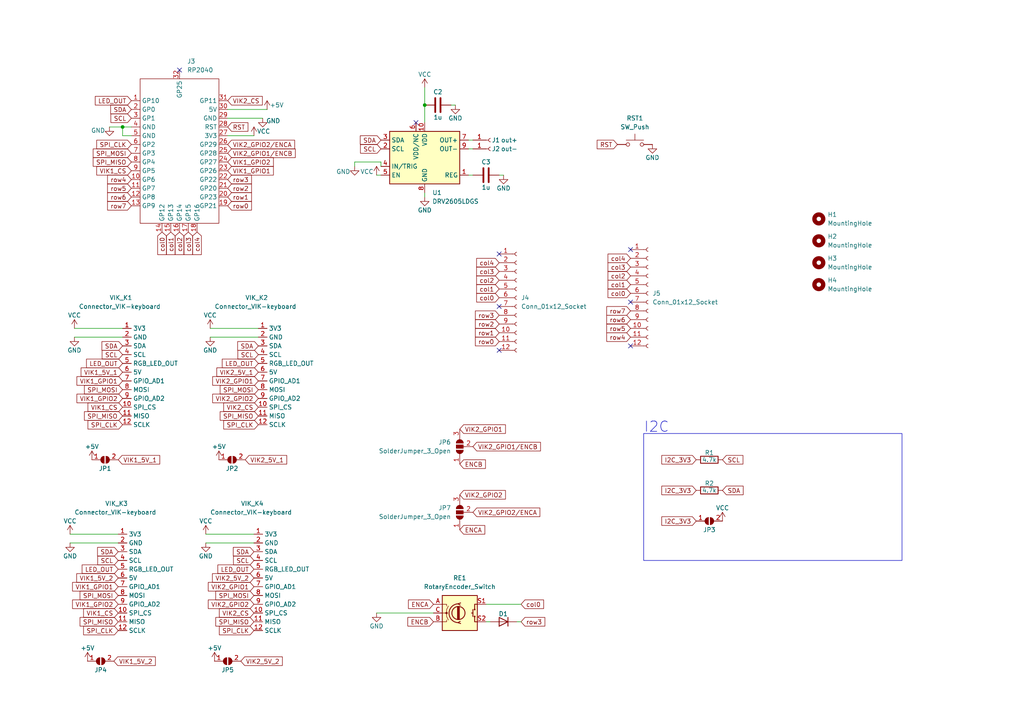
<source format=kicad_sch>
(kicad_sch (version 20231120) (generator "eeschema") (generator_version "8.0")
  (paper "A4")
  (lib_symbols
    (symbol "Connector:Conn_01x01_Socket" (pin_names (offset 1.016) hide)
      (property "Reference" "J" (at 0 2.54 0))
      (property "Value" "Conn_01x01_Socket" (at 0 -2.54 0))
      (symbol "Conn_01x01_Socket_1_1"
        (polyline (pts (xy -1.27 0) (xy -0.508 0)) (stroke (width 0.1524)))
        (arc (start 0 0.508) (mid -0.5058 0) (end 0 -0.508) (stroke (width 0.1524)))
        (pin passive line (at -5.08 0 0) (length 3.81) (name "Pin_1") (number "1"))
      )
    )
    (symbol "Connector:Conn_01x12_Socket" (pin_names (offset 1.016) hide)
      (property "Reference" "J" (at 0 15.24 0))
      (property "Value" "Conn_01x12_Socket" (at 0 -17.78 0))
      (symbol "Conn_01x12_Socket_1_1"
        (arc (start 0 -14.732) (mid -0.5058 -15.24) (end 0 -15.748) (stroke (width 0.1524)))
        (arc (start 0 -12.192) (mid -0.5058 -12.7) (end 0 -13.208) (stroke (width 0.1524)))
        (arc (start 0 -9.652) (mid -0.5058 -10.16) (end 0 -10.668) (stroke (width 0.1524)))
        (arc (start 0 -7.112) (mid -0.5058 -7.62) (end 0 -8.128) (stroke (width 0.1524)))
        (arc (start 0 -4.572) (mid -0.5058 -5.08) (end 0 -5.588) (stroke (width 0.1524)))
        (arc (start 0 -2.032) (mid -0.5058 -2.54) (end 0 -3.048) (stroke (width 0.1524)))
        (polyline (pts (xy -1.27 -15.24) (xy -0.508 -15.24)) (stroke (width 0.1524)))
        (polyline (pts (xy -1.27 -12.7) (xy -0.508 -12.7)) (stroke (width 0.1524)))
        (polyline (pts (xy -1.27 -10.16) (xy -0.508 -10.16)) (stroke (width 0.1524)))
        (polyline (pts (xy -1.27 -7.62) (xy -0.508 -7.62)) (stroke (width 0.1524)))
        (polyline (pts (xy -1.27 -5.08) (xy -0.508 -5.08)) (stroke (width 0.1524)))
        (polyline (pts (xy -1.27 -2.54) (xy -0.508 -2.54)) (stroke (width 0.1524)))
        (polyline (pts (xy -1.27 0) (xy -0.508 0)) (stroke (width 0.1524)))
        (polyline (pts (xy -1.27 2.54) (xy -0.508 2.54)) (stroke (width 0.1524)))
        (polyline (pts (xy -1.27 5.08) (xy -0.508 5.08)) (stroke (width 0.1524)))
        (polyline (pts (xy -1.27 7.62) (xy -0.508 7.62)) (stroke (width 0.1524)))
        (polyline (pts (xy -1.27 10.16) (xy -0.508 10.16)) (stroke (width 0.1524)))
        (polyline (pts (xy -1.27 12.7) (xy -0.508 12.7)) (stroke (width 0.1524)))
        (arc (start 0 0.508) (mid -0.5058 0) (end 0 -0.508) (stroke (width 0.1524)))
        (arc (start 0 3.048) (mid -0.5058 2.54) (end 0 2.032) (stroke (width 0.1524)))
        (arc (start 0 5.588) (mid -0.5058 5.08) (end 0 4.572) (stroke (width 0.1524)))
        (arc (start 0 8.128) (mid -0.5058 7.62) (end 0 7.112) (stroke (width 0.1524)))
        (arc (start 0 10.668) (mid -0.5058 10.16) (end 0 9.652) (stroke (width 0.1524)))
        (arc (start 0 13.208) (mid -0.5058 12.7) (end 0 12.192) (stroke (width 0.1524)))
        (pin passive line (at -5.08 12.7 0) (length 3.81) (name "Pin_1") (number "1"))
        (pin passive line (at -5.08 -10.16 0) (length 3.81) (name "Pin_10") (number "10"))
        (pin passive line (at -5.08 -12.7 0) (length 3.81) (name "Pin_11") (number "11"))
        (pin passive line (at -5.08 -15.24 0) (length 3.81) (name "Pin_12") (number "12"))
        (pin passive line (at -5.08 10.16 0) (length 3.81) (name "Pin_2") (number "2"))
        (pin passive line (at -5.08 7.62 0) (length 3.81) (name "Pin_3") (number "3"))
        (pin passive line (at -5.08 5.08 0) (length 3.81) (name "Pin_4") (number "4"))
        (pin passive line (at -5.08 2.54 0) (length 3.81) (name "Pin_5") (number "5"))
        (pin passive line (at -5.08 0 0) (length 3.81) (name "Pin_6") (number "6"))
        (pin passive line (at -5.08 -2.54 0) (length 3.81) (name "Pin_7") (number "7"))
        (pin passive line (at -5.08 -5.08 0) (length 3.81) (name "Pin_8") (number "8"))
        (pin passive line (at -5.08 -7.62 0) (length 3.81) (name "Pin_9") (number "9"))
      )
    )
    (symbol "Device:C" (pin_numbers hide) (pin_names (offset 0.254))
      (property "Reference" "C" (at 0.635 2.54 0))
      (property "Value" "C" (at 0.635 -2.54 0))
      (symbol "C_0_1"
        (polyline (pts (xy -2.032 -0.762) (xy 2.032 -0.762)) (stroke (width 0.508)))
        (polyline (pts (xy -2.032 0.762) (xy 2.032 0.762)) (stroke (width 0.508)))
      )
      (symbol "C_1_1"
        (pin passive line (at 0 3.81 270) (length 2.794) (name "~") (number "1"))
        (pin passive line (at 0 -3.81 90) (length 2.794) (name "~") (number "2"))
      )
    )
    (symbol "Device:R" (pin_numbers hide) (pin_names (offset 0))
      (property "Reference" "R" (at 2.032 0 90))
      (property "Value" "R" (at 0 0 90))
      (symbol "R_0_1"
        (rectangle (start -1.016 -2.54) (end 1.016 2.54) (stroke (width 0.254)))
      )
      (symbol "R_1_1"
        (pin passive line (at 0 3.81 270) (length 1.27) (name "~") (number "1"))
        (pin passive line (at 0 -3.81 90) (length 1.27) (name "~") (number "2"))
      )
    )
    (symbol "Device:RotaryEncoder_Switch" (pin_names (offset 0.254) hide)
      (property "Reference" "SW" (at 0 6.604 0))
      (property "Value" "RotaryEncoder_Switch" (at 0 -6.604 0))
      (symbol "RotaryEncoder_Switch_0_1"
        (rectangle (start -5.08 5.08) (end 5.08 -5.08) (stroke (width 0.254)) (fill (type background)))
        (circle (center -3.81 0) (radius 0.254) (fill (type outline)))
        (circle (center -0.381 0) (radius 1.905) (stroke (width 0.254)))
        (arc (start -0.381 2.667) (mid -3.0988 -0.0635) (end -0.381 -2.794) (stroke (width 0.254)))
        (polyline (pts (xy -0.635 -1.778) (xy -0.635 1.778)) (stroke (width 0.254)))
        (polyline (pts (xy -0.381 -1.778) (xy -0.381 1.778)) (stroke (width 0.254)))
        (polyline (pts (xy -0.127 1.778) (xy -0.127 -1.778)) (stroke (width 0.254)))
        (polyline (pts (xy 3.81 0) (xy 3.429 0)) (stroke (width 0.254)))
        (polyline (pts (xy 3.81 1.016) (xy 3.81 -1.016)) (stroke (width 0.254)))
        (polyline (pts (xy -5.08 -2.54) (xy -3.81 -2.54) (xy -3.81 -2.032)))
        (polyline (pts (xy -5.08 2.54) (xy -3.81 2.54) (xy -3.81 2.032)))
        (polyline (pts (xy 0.254 -3.048) (xy -0.508 -2.794) (xy 0.127 -2.413)) (stroke (width 0.254)))
        (polyline (pts (xy 0.254 2.921) (xy -0.508 2.667) (xy 0.127 2.286)) (stroke (width 0.254)))
        (polyline (pts (xy 5.08 -2.54) (xy 4.318 -2.54) (xy 4.318 -1.016)) (stroke (width 0.254)))
        (polyline (pts (xy 5.08 2.54) (xy 4.318 2.54) (xy 4.318 1.016)) (stroke (width 0.254)))
        (polyline (pts (xy -5.08 0) (xy -3.81 0) (xy -3.81 -1.016) (xy -3.302 -2.032)))
        (polyline (pts (xy -4.318 0) (xy -3.81 0) (xy -3.81 1.016) (xy -3.302 2.032)))
        (circle (center 4.318 -1.016) (radius 0.127) (stroke (width 0.254)))
        (circle (center 4.318 1.016) (radius 0.127) (stroke (width 0.254)))
      )
      (symbol "RotaryEncoder_Switch_1_1"
        (pin passive line (at -7.62 2.54 0) (length 2.54) (name "A") (number "A"))
        (pin passive line (at -7.62 -2.54 0) (length 2.54) (name "B") (number "B"))
        (pin passive line (at -7.62 0 0) (length 2.54) (name "C") (number "C"))
        (pin passive line (at 7.62 2.54 180) (length 2.54) (name "S1") (number "S1"))
        (pin passive line (at 7.62 -2.54 180) (length 2.54) (name "S2") (number "S2"))
      )
    )
    (symbol "Driver_Haptic:DRV2605LDGS"
      (property "Reference" "U" (at -10.16 8.255 0))
      (property "Value" "DRV2605LDGS" (at 2.54 -8.89 0))
      (symbol "DRV2605LDGS_0_1"
        (rectangle (start -10.16 7.62) (end 10.16 -7.62) (stroke (width 0.254)) (fill (type background)))
      )
      (symbol "DRV2605LDGS_1_1"
        (pin passive line (at 12.7 -5.08 180) (length 2.54) (name "REG") (number "1"))
        (pin power_in line (at 0 10.16 270) (length 2.54) (name "VDD") (number "10"))
        (pin input line (at -12.7 2.54 0) (length 2.54) (name "SCL") (number "2"))
        (pin bidirectional line (at -12.7 5.08 0) (length 2.54) (name "SDA") (number "3"))
        (pin input line (at -12.7 -2.54 0) (length 2.54) (name "IN/TRIG") (number "4"))
        (pin input line (at -12.7 -5.08 0) (length 2.54) (name "EN") (number "5"))
        (pin power_in line (at -2.54 10.16 270) (length 2.54) (name "VDD/NC") (number "6"))
        (pin output line (at 12.7 5.08 180) (length 2.54) (name "OUT+") (number "7"))
        (pin power_in line (at 0 -10.16 90) (length 2.54) (name "GND") (number "8"))
        (pin output line (at 12.7 2.54 180) (length 2.54) (name "OUT-") (number "9"))
      )
    )
    (symbol "Jumper:SolderJumper_2_Open" (pin_names (offset 0) hide)
      (property "Reference" "JP" (at 0 2.032 0))
      (property "Value" "SolderJumper_2_Open" (at 0 -2.54 0))
      (symbol "SolderJumper_2_Open_0_1"
        (arc (start -0.254 1.016) (mid -1.2656 0) (end -0.254 -1.016))
        (arc (start -0.254 1.016) (mid -1.2656 0) (end -0.254 -1.016) (fill (type outline)))
        (polyline (pts (xy -0.254 1.016) (xy -0.254 -1.016)))
        (polyline (pts (xy 0.254 1.016) (xy 0.254 -1.016)))
        (arc (start 0.254 -1.016) (mid 1.2656 0) (end 0.254 1.016))
        (arc (start 0.254 -1.016) (mid 1.2656 0) (end 0.254 1.016) (fill (type outline)))
      )
      (symbol "SolderJumper_2_Open_1_1"
        (pin passive line (at -3.81 0 0) (length 2.54) (name "A") (number "1"))
        (pin passive line (at 3.81 0 180) (length 2.54) (name "B") (number "2"))
      )
    )
    (symbol "Jumper:SolderJumper_3_Open" (pin_names (offset 0) hide) (exclude_from_sim yes) (in_bom no)
      (property "Reference" "JP" (at -2.54 -2.54 0))
      (property "Value" "SolderJumper_3_Open" (at 0 2.794 0))
      (symbol "SolderJumper_3_Open_0_1"
        (arc (start -1.016 1.016) (mid -2.0276 0) (end -1.016 -1.016))
        (arc (start -1.016 1.016) (mid -2.0276 0) (end -1.016 -1.016) (fill (type outline)))
        (rectangle (start -0.508 1.016) (end 0.508 -1.016) (fill (type outline)))
        (polyline (pts (xy -2.54 0) (xy -2.032 0)))
        (polyline (pts (xy -1.016 1.016) (xy -1.016 -1.016)))
        (polyline (pts (xy 0 -1.27) (xy 0 -1.016)))
        (polyline (pts (xy 1.016 1.016) (xy 1.016 -1.016)))
        (polyline (pts (xy 2.54 0) (xy 2.032 0)))
        (arc (start 1.016 -1.016) (mid 2.0276 0) (end 1.016 1.016))
        (arc (start 1.016 -1.016) (mid 2.0276 0) (end 1.016 1.016) (fill (type outline)))
      )
      (symbol "SolderJumper_3_Open_1_1"
        (pin passive line (at -5.08 0 0) (length 2.54) (name "A") (number "1"))
        (pin passive line (at 0 -3.81 90) (length 2.54) (name "C") (number "2"))
        (pin passive line (at 5.08 0 180) (length 2.54) (name "B") (number "3"))
      )
    )
    (symbol "Mechanical:MountingHole" (pin_names (offset 1.016))
      (property "Reference" "H" (at 0 5.08 0))
      (property "Value" "MountingHole" (at 0 3.175 0))
      (symbol "MountingHole_0_1"
        (circle (center 0 0) (radius 1.27) (stroke (width 1.27)))
      )
    )
    (symbol "Switch:SW_Push" (pin_numbers hide) (pin_names (offset 1.016) hide)
      (property "Reference" "SW" (at 1.27 2.54 0))
      (property "Value" "SW_Push" (at 0 -1.524 0))
      (symbol "SW_Push_0_1"
        (circle (center -2.032 0) (radius 0.508))
        (polyline (pts (xy 0 1.27) (xy 0 3.048)))
        (polyline (pts (xy 2.54 1.27) (xy -2.54 1.27)))
        (circle (center 2.032 0) (radius 0.508))
        (pin passive line (at -5.08 0 0) (length 2.54) (name "1") (number "1"))
        (pin passive line (at 5.08 0 180) (length 2.54) (name "2") (number "2"))
      )
    )
    (symbol "power:+5V" (power) (pin_numbers hide) (pin_names (offset 0) hide)
      (property "Value" "+5V" (at 0 3.556 0))
      (symbol "+5V_0_1"
        (polyline (pts (xy -0.762 1.27) (xy 0 2.54)))
        (polyline (pts (xy 0 0) (xy 0 2.54)))
        (polyline (pts (xy 0 2.54) (xy 0.762 1.27)))
      )
      (symbol "+5V_1_1"
        (pin power_in line (at 0 0 90) (length 0) (name "~") (number "1"))
      )
    )
    (symbol "power:GND" (power) (pin_names (offset 0))
      (property "Value" "GND" (at 0 -3.81 0))
      (symbol "GND_0_1"
        (polyline (pts (xy 0 0) (xy 0 -1.27) (xy 1.27 -1.27) (xy 0 -2.54) (xy -1.27 -1.27) (xy 0 -1.27)))
      )
      (symbol "GND_1_1"
        (pin power_in line (at 0 0 270) (length 0) hide (name "GND") (number "1"))
      )
    )
    (symbol "power:VCC" (power) (pin_names (offset 0))
      (property "Value" "VCC" (at 0 3.81 0))
      (symbol "VCC_0_1"
        (polyline (pts (xy -0.762 1.27) (xy 0 2.54)))
        (polyline (pts (xy 0 0) (xy 0 2.54)))
        (polyline (pts (xy 0 2.54) (xy 0.762 1.27)))
      )
      (symbol "VCC_1_1"
        (pin power_in line (at 0 0 90) (length 0) hide (name "VCC") (number "1"))
      )
    )
    (symbol "vik:vik-keyboard-connector"
      (property "Reference" "J" (at 0 17.78 0))
      (symbol "vik-keyboard-connector_1_1"
        (pin power_out line (at 0 13.97 0) (length 2.54) (name "3V3") (number "1"))
        (pin output line (at 0 -8.89 0) (length 2.54) (name "SPI_CS") (number "10"))
        (pin output line (at 0 -11.43 0) (length 2.54) (name "MISO") (number "11"))
        (pin output line (at 0 -13.97 0) (length 2.54) (name "SCLK") (number "12"))
        (pin power_out line (at 0 11.43 0) (length 2.54) (name "GND") (number "2"))
        (pin output line (at 0 8.89 0) (length 2.54) (name "SDA") (number "3"))
        (pin output line (at 0 6.35 0) (length 2.54) (name "SCL") (number "4"))
        (pin output line (at 0 3.81 0) (length 2.54) (name "RGB_LED_OUT") (number "5"))
        (pin power_out line (at 0 1.27 0) (length 2.54) (name "5V") (number "6"))
        (pin output line (at 0 -1.27 0) (length 2.54) (name "GPIO_AD1") (number "7"))
        (pin output line (at 0 -3.81 0) (length 2.54) (name "MOSI") (number "8"))
        (pin output line (at 0 -6.35 0) (length 2.54) (name "GPIO_AD2") (number "9"))
      )
    )
    (symbol "zzkeeb:Diode" (pin_numbers hide) (pin_names (offset 1.016) hide)
      (property "Reference" "D" (at 1.27 1.27 0))
      (property "row" "0" (at -1.27 -1.27 0))
      (property "col" "0" (at 1.27 -1.27 0))
      (symbol "Diode_0_1"
        (polyline (pts (xy -1.27 -1.27) (xy 1.27 -1.27)) (stroke (width 0.254)))
        (polyline (pts (xy 0 1.27) (xy 0 -1.27)))
        (polyline (pts (xy -1.27 1.27) (xy 1.27 1.27) (xy 0 -1.27) (xy -1.27 1.27)) (stroke (width 0.254)))
      )
      (symbol "Diode_1_1"
        (pin passive line (at 0 -3.81 90) (length 2.54) (name "K") (number "1"))
        (pin passive line (at 0 3.81 270) (length 2.54) (name "A") (number "2"))
      )
    )
    (symbol "zzkeeb:MCU_rp2040-promicro-extend"
      (property "Reference" "J?" (at -1.27 0 0))
      (property "Value" "RP2040" (at -3.81 -2.54 0))
      (symbol "MCU_rp2040-promicro-extend_0_1"
        (rectangle (start -11.43 21.59) (end 11.43 -20.32) (stroke (width 0.1524)))
      )
      (symbol "MCU_rp2040-promicro-extend_1_1"
        (pin bidirectional line (at -13.97 15.24 0) (length 2.54) (name "GP10") (number "1"))
        (pin bidirectional line (at -13.97 -7.62 0) (length 2.54) (name "GP6") (number "10"))
        (pin bidirectional line (at -13.97 -10.16 0) (length 2.54) (name "GP7") (number "11"))
        (pin bidirectional line (at -13.97 -12.7 0) (length 2.54) (name "GP8") (number "12"))
        (pin bidirectional line (at -13.97 -15.24 0) (length 2.54) (name "GP9") (number "13"))
        (pin bidirectional line (at -5.08 -22.86 90) (length 2.54) (name "GP12") (number "14"))
        (pin bidirectional line (at -2.54 -22.86 90) (length 2.54) (name "GP13") (number "15"))
        (pin bidirectional line (at 0 -22.86 90) (length 2.54) (name "GP14") (number "16"))
        (pin bidirectional line (at 2.54 -22.86 90) (length 2.54) (name "GP15") (number "17"))
        (pin bidirectional line (at 5.08 -22.86 90) (length 2.54) (name "GP16") (number "18"))
        (pin bidirectional line (at 13.97 -15.24 180) (length 2.54) (name "GP21") (number "19"))
        (pin bidirectional line (at -13.97 12.7 0) (length 2.54) (name "GP0") (number "2"))
        (pin bidirectional line (at 13.97 -12.7 180) (length 2.54) (name "GP23") (number "20"))
        (pin bidirectional line (at 13.97 -10.16 180) (length 2.54) (name "GP20") (number "21"))
        (pin bidirectional line (at 13.97 -7.62 180) (length 2.54) (name "GP22") (number "22"))
        (pin bidirectional line (at 13.97 -5.08 180) (length 2.54) (name "GP26") (number "23"))
        (pin bidirectional line (at 13.97 -2.54 180) (length 2.54) (name "GP27") (number "24"))
        (pin bidirectional line (at 13.97 0 180) (length 2.54) (name "GP28") (number "25"))
        (pin bidirectional line (at 13.97 2.54 180) (length 2.54) (name "GP29") (number "26"))
        (pin power_in line (at 13.97 5.08 180) (length 2.54) (name "3V3") (number "27"))
        (pin bidirectional line (at 13.97 7.62 180) (length 2.54) (name "RST") (number "28"))
        (pin power_in line (at 13.97 10.16 180) (length 2.54) (name "GND") (number "29"))
        (pin bidirectional line (at -13.97 10.16 0) (length 2.54) (name "GP1") (number "3"))
        (pin power_in line (at 13.97 12.7 180) (length 2.54) (name "5V") (number "30"))
        (pin bidirectional line (at 13.97 15.24 180) (length 2.54) (name "GP11") (number "31"))
        (pin bidirectional line (at 0 24.13 270) (length 2.54) (name "GP25") (number "32"))
        (pin power_in line (at -13.97 7.62 0) (length 2.54) (name "GND") (number "4"))
        (pin power_in line (at -13.97 5.08 0) (length 2.54) (name "GND") (number "5"))
        (pin bidirectional line (at -13.97 2.54 0) (length 2.54) (name "GP2") (number "6"))
        (pin bidirectional line (at -13.97 0 0) (length 2.54) (name "GP3") (number "7"))
        (pin bidirectional line (at -13.97 -2.54 0) (length 2.54) (name "GP4") (number "8"))
        (pin bidirectional line (at -13.97 -5.08 0) (length 2.54) (name "GP5") (number "9"))
      )
    )
  )
  (junction (at 123.19 30.48))
  (junction (at 35.56 36.83))
  (no_connect (at 182.88 100.33))
  (no_connect (at 144.78 101.6))
  (no_connect (at 144.78 73.66))
  (no_connect (at 182.88 87.63))
  (no_connect (at 120.65 35.56))
  (no_connect (at 182.88 72.39))
  (no_connect (at 52.07 20.32))
  (no_connect (at 144.78 88.9))
  (wire (pts (xy 137.16 43.18) (xy 135.89 43.18)))
  (wire (pts (xy 20.32 154.94) (xy 34.29 154.94)))
  (wire (pts (xy 20.32 157.48) (xy 34.29 157.48)))
  (wire (pts (xy 151.13 180.34) (xy 149.86 180.34)))
  (wire (pts (xy 102.87 46.99) (xy 110.49 46.99)))
  (wire (pts (xy 38.1 39.37) (xy 35.56 39.37)))
  (wire (pts (xy 109.22 50.8) (xy 110.49 50.8)))
  (wire (pts (xy 123.19 30.48) (xy 123.19 35.56)))
  (wire (pts (xy 110.49 46.99) (xy 110.49 48.26)))
  (wire (pts (xy 137.16 40.64) (xy 135.89 40.64)))
  (wire (pts (xy 21.59 97.79) (xy 35.56 97.79)))
  (wire (pts (xy 123.19 57.15) (xy 123.19 55.88)))
  (wire (pts (xy 123.19 25.4) (xy 123.19 30.48)))
  (wire (pts (xy 31.75 36.83) (xy 35.56 36.83)))
  (wire (pts (xy 146.05 50.8) (xy 144.78 50.8)))
  (wire (pts (xy 137.16 50.8) (xy 135.89 50.8)))
  (wire (pts (xy 21.59 95.25) (xy 35.56 95.25)))
  (wire (pts (xy 35.56 36.83) (xy 38.1 36.83)))
  (wire (pts (xy 35.56 39.37) (xy 35.56 36.83)))
  (wire (pts (xy 60.96 95.25) (xy 74.93 95.25)))
  (wire (pts (xy 66.04 34.29) (xy 76.2 34.29)))
  (wire (pts (xy 132.08 30.48) (xy 130.81 30.48)))
  (wire (pts (xy 60.96 97.79) (xy 74.93 97.79)))
  (wire (pts (xy 59.69 157.48) (xy 73.66 157.48)))
  (wire (pts (xy 125.73 177.8) (xy 109.22 177.8)))
  (wire (pts (xy 66.04 31.75) (xy 77.47 31.75)))
  (wire (pts (xy 59.69 154.94) (xy 73.66 154.94)))
  (wire (pts (xy 151.13 175.26) (xy 140.97 175.26)))
  (wire (pts (xy 66.04 39.37) (xy 73.66 39.37)))
  (wire (pts (xy 140.97 180.34) (xy 142.24 180.34)))
  (wire (pts (xy 102.87 46.99) (xy 102.87 48.26)))
  (rectangle (start 186.69 125.73) (end 261.62 162.56))
  (text "I2C" (at 186.69 125.73 0) (effects (font (size 3 3)) (justify left bottom)))
  (global_label "ENCB" (shape input) (at 125.73 180.34 180) (property "Intersheetrefs" "${INTERSHEET_REFS}" (effects (hide yes))))
  (global_label "col2" (shape input) (at 52.07 67.31 270) (property "Intersheetrefs" "${INTERSHEET_REFS}" (effects (hide yes))))
  (global_label "row1" (shape input) (at 66.04 57.15 0) (property "Intersheetrefs" "${INTERSHEET_REFS}" (effects (hide yes))))
  (global_label "VIK1_GPIO1" (shape input) (at 66.04 49.53 0) (property "Intersheetrefs" "${INTERSHEET_REFS}" (effects (hide yes))))
  (global_label "VIK1_CS" (shape input) (at 34.29 177.8 180) (property "Intersheetrefs" "${INTERSHEET_REFS}" (effects (hide yes))))
  (global_label "col0" (shape input) (at 46.99 67.31 270) (property "Intersheetrefs" "${INTERSHEET_REFS}" (effects (hide yes))))
  (global_label "row7" (shape input) (at 38.1 59.69 180) (property "Intersheetrefs" "${INTERSHEET_REFS}" (effects (hide yes))))
  (global_label "SPI_CLK" (shape input) (at 73.66 182.88 180) (property "Intersheetrefs" "${INTERSHEET_REFS}" (effects (hide yes))))
  (global_label "col2" (shape input) (at 182.88 80.01 180) (property "Intersheetrefs" "${INTERSHEET_REFS}" (effects (hide yes))))
  (global_label "row5" (shape input) (at 38.1 54.61 180) (property "Intersheetrefs" "${INTERSHEET_REFS}" (effects (hide yes))))
  (global_label "VIK1_5V_2" (shape input) (at 34.29 167.64 180) (property "Intersheetrefs" "${INTERSHEET_REFS}" (effects (hide yes))))
  (global_label "VIK2_GPIO1" (shape input) (at 73.66 170.18 180) (property "Intersheetrefs" "${INTERSHEET_REFS}" (effects (hide yes))))
  (global_label "col2" (shape input) (at 144.78 81.28 180) (property "Intersheetrefs" "${INTERSHEET_REFS}" (effects (hide yes))))
  (global_label "SCL" (shape input) (at 209.55 133.35 0) (property "Intersheetrefs" "${INTERSHEET_REFS}" (effects (hide yes))))
  (global_label "row3" (shape input) (at 144.78 91.44 180) (property "Intersheetrefs" "${INTERSHEET_REFS}" (effects (hide yes))))
  (global_label "ENCA" (shape input) (at 133.35 153.67 0) (property "Intersheetrefs" "${INTERSHEET_REFS}" (effects (hide yes))))
  (global_label "SPI_MOSI" (shape input) (at 73.66 172.72 180) (property "Intersheetrefs" "${INTERSHEET_REFS}" (effects (hide yes))))
  (global_label "col0" (shape input) (at 182.88 85.09 180) (property "Intersheetrefs" "${INTERSHEET_REFS}" (effects (hide yes))))
  (global_label "VIK1_CS" (shape input) (at 38.1 49.53 180) (property "Intersheetrefs" "${INTERSHEET_REFS}" (effects (hide yes))))
  (global_label "VIK2_GPIO2{slash}ENCA" (shape input) (at 137.16 148.59 0) (property "Intersheetrefs" "${INTERSHEET_REFS}" (effects (hide yes))))
  (global_label "VIK1_GPIO1" (shape input) (at 35.56 110.49 180) (property "Intersheetrefs" "${INTERSHEET_REFS}" (effects (hide yes))))
  (global_label "VIK2_GPIO1{slash}ENCB" (shape input) (at 137.16 129.54 0) (property "Intersheetrefs" "${INTERSHEET_REFS}" (effects (hide yes))))
  (global_label "I2C_3V3" (shape input) (at 201.93 133.35 180) (property "Intersheetrefs" "${INTERSHEET_REFS}" (effects (hide yes))))
  (global_label "SPI_MOSI" (shape input) (at 35.56 113.03 180) (property "Intersheetrefs" "${INTERSHEET_REFS}" (effects (hide yes))))
  (global_label "SPI_MISO" (shape input) (at 34.29 180.34 180) (property "Intersheetrefs" "${INTERSHEET_REFS}" (effects (hide yes))))
  (global_label "VIK2_CS" (shape input) (at 74.93 118.11 180) (property "Intersheetrefs" "${INTERSHEET_REFS}" (effects (hide yes))))
  (global_label "col0" (shape input) (at 144.78 86.36 180) (property "Intersheetrefs" "${INTERSHEET_REFS}" (effects (hide yes))))
  (global_label "SDA" (shape input) (at 73.66 160.02 180) (property "Intersheetrefs" "${INTERSHEET_REFS}" (effects (hide yes))))
  (global_label "row4" (shape input) (at 38.1 52.07 180) (property "Intersheetrefs" "${INTERSHEET_REFS}" (effects (hide yes))))
  (global_label "SCL" (shape input) (at 35.56 102.87 180) (property "Intersheetrefs" "${INTERSHEET_REFS}" (effects (hide yes))))
  (global_label "row6" (shape input) (at 182.88 92.71 180) (property "Intersheetrefs" "${INTERSHEET_REFS}" (effects (hide yes))))
  (global_label "row2" (shape input) (at 66.04 54.61 0) (property "Intersheetrefs" "${INTERSHEET_REFS}" (effects (hide yes))))
  (global_label "row4" (shape input) (at 182.88 97.79 180) (property "Intersheetrefs" "${INTERSHEET_REFS}" (effects (hide yes))))
  (global_label "VIK2_5V_1" (shape input) (at 71.12 133.35 0) (property "Intersheetrefs" "${INTERSHEET_REFS}" (effects (hide yes))))
  (global_label "I2C_3V3" (shape input) (at 201.93 151.13 180) (property "Intersheetrefs" "${INTERSHEET_REFS}" (effects (hide yes))))
  (global_label "VIK2_GPIO2" (shape input) (at 74.93 115.57 180) (property "Intersheetrefs" "${INTERSHEET_REFS}" (effects (hide yes))))
  (global_label "SPI_MISO" (shape input) (at 38.1 46.99 180) (property "Intersheetrefs" "${INTERSHEET_REFS}" (effects (hide yes))))
  (global_label "VIK2_GPIO2{slash}ENCA" (shape input) (at 66.04 41.91 0) (property "Intersheetrefs" "${INTERSHEET_REFS}" (effects (hide yes))))
  (global_label "SPI_MOSI" (shape input) (at 38.1 44.45 180) (property "Intersheetrefs" "${INTERSHEET_REFS}" (effects (hide yes))))
  (global_label "VIK1_GPIO2" (shape input) (at 35.56 115.57 180) (property "Intersheetrefs" "${INTERSHEET_REFS}" (effects (hide yes))))
  (global_label "ENCB" (shape input) (at 133.35 134.62 0) (property "Intersheetrefs" "${INTERSHEET_REFS}" (effects (hide yes))))
  (global_label "SPI_CLK" (shape input) (at 34.29 182.88 180) (property "Intersheetrefs" "${INTERSHEET_REFS}" (effects (hide yes))))
  (global_label "VIK1_GPIO2" (shape input) (at 66.04 46.99 0) (property "Intersheetrefs" "${INTERSHEET_REFS}" (effects (hide yes))))
  (global_label "SDA" (shape input) (at 209.55 142.24 0) (property "Intersheetrefs" "${INTERSHEET_REFS}" (effects (hide yes))))
  (global_label "row3" (shape input) (at 151.13 180.34 0) (property "Intersheetrefs" "${INTERSHEET_REFS}" (effects (hide yes))))
  (global_label "SCL" (shape input) (at 34.29 162.56 180) (property "Intersheetrefs" "${INTERSHEET_REFS}" (effects (hide yes))))
  (global_label "col4" (shape input) (at 57.15 67.31 270) (property "Intersheetrefs" "${INTERSHEET_REFS}" (effects (hide yes))))
  (global_label "VIK2_CS" (shape input) (at 66.04 29.21 0) (property "Intersheetrefs" "${INTERSHEET_REFS}" (effects (hide yes))))
  (global_label "VIK1_5V_1" (shape input) (at 35.56 107.95 180) (property "Intersheetrefs" "${INTERSHEET_REFS}" (effects (hide yes))))
  (global_label "LED_OUT" (shape input) (at 73.66 165.1 180) (property "Intersheetrefs" "${INTERSHEET_REFS}" (effects (hide yes))))
  (global_label "row2" (shape input) (at 144.78 93.98 180) (property "Intersheetrefs" "${INTERSHEET_REFS}" (effects (hide yes))))
  (global_label "I2C_3V3" (shape input) (at 201.93 142.24 180) (property "Intersheetrefs" "${INTERSHEET_REFS}" (effects (hide yes))))
  (global_label "VIK1_GPIO2" (shape input) (at 34.29 175.26 180) (property "Intersheetrefs" "${INTERSHEET_REFS}" (effects (hide yes))))
  (global_label "VIK1_CS" (shape input) (at 35.56 118.11 180) (property "Intersheetrefs" "${INTERSHEET_REFS}" (effects (hide yes))))
  (global_label "VIK2_GPIO2" (shape input) (at 73.66 175.26 180) (property "Intersheetrefs" "${INTERSHEET_REFS}" (effects (hide yes))))
  (global_label "VIK2_5V_2" (shape input) (at 73.66 167.64 180) (property "Intersheetrefs" "${INTERSHEET_REFS}" (effects (hide yes))))
  (global_label "SDA" (shape input) (at 34.29 160.02 180) (property "Intersheetrefs" "${INTERSHEET_REFS}" (effects (hide yes))))
  (global_label "LED_OUT" (shape input) (at 34.29 165.1 180) (property "Intersheetrefs" "${INTERSHEET_REFS}" (effects (hide yes))))
  (global_label "VIK1_GPIO1" (shape input) (at 34.29 170.18 180) (property "Intersheetrefs" "${INTERSHEET_REFS}" (effects (hide yes))))
  (global_label "col1" (shape input) (at 49.53 67.31 270) (property "Intersheetrefs" "${INTERSHEET_REFS}" (effects (hide yes))))
  (global_label "row3" (shape input) (at 66.04 52.07 0) (property "Intersheetrefs" "${INTERSHEET_REFS}" (effects (hide yes))))
  (global_label "SPI_MOSI" (shape input) (at 34.29 172.72 180) (property "Intersheetrefs" "${INTERSHEET_REFS}" (effects (hide yes))))
  (global_label "SPI_MISO" (shape input) (at 35.56 120.65 180) (property "Intersheetrefs" "${INTERSHEET_REFS}" (effects (hide yes))))
  (global_label "RST" (shape input) (at 179.07 41.91 180) (property "Intersheetrefs" "${INTERSHEET_REFS}" (effects (hide yes))))
  (global_label "col0" (shape input) (at 151.13 175.26 0) (property "Intersheetrefs" "${INTERSHEET_REFS}" (effects (hide yes))))
  (global_label "col1" (shape input) (at 182.88 82.55 180) (property "Intersheetrefs" "${INTERSHEET_REFS}" (effects (hide yes))))
  (global_label "row0" (shape input) (at 66.04 59.69 0) (property "Intersheetrefs" "${INTERSHEET_REFS}" (effects (hide yes))))
  (global_label "row7" (shape input) (at 182.88 90.17 180) (property "Intersheetrefs" "${INTERSHEET_REFS}" (effects (hide yes))))
  (global_label "row5" (shape input) (at 182.88 95.25 180) (property "Intersheetrefs" "${INTERSHEET_REFS}" (effects (hide yes))))
  (global_label "col3" (shape input) (at 144.78 78.74 180) (property "Intersheetrefs" "${INTERSHEET_REFS}" (effects (hide yes))))
  (global_label "SDA" (shape input) (at 74.93 100.33 180) (property "Intersheetrefs" "${INTERSHEET_REFS}" (effects (hide yes))))
  (global_label "SPI_CLK" (shape input) (at 74.93 123.19 180) (property "Intersheetrefs" "${INTERSHEET_REFS}" (effects (hide yes))))
  (global_label "row0" (shape input) (at 144.78 99.06 180) (property "Intersheetrefs" "${INTERSHEET_REFS}" (effects (hide yes))))
  (global_label "SDA" (shape input) (at 38.1 31.75 180) (property "Intersheetrefs" "${INTERSHEET_REFS}" (effects (hide yes))))
  (global_label "RST" (shape input) (at 66.04 36.83 0) (property "Intersheetrefs" "${INTERSHEET_REFS}" (effects (hide yes))))
  (global_label "SCL" (shape input) (at 38.1 34.29 180) (property "Intersheetrefs" "${INTERSHEET_REFS}" (effects (hide yes))))
  (global_label "col3" (shape input) (at 182.88 77.47 180) (property "Intersheetrefs" "${INTERSHEET_REFS}" (effects (hide yes))))
  (global_label "SDA" (shape input) (at 110.49 40.64 180) (property "Intersheetrefs" "${INTERSHEET_REFS}" (effects (hide yes))))
  (global_label "SCL" (shape input) (at 73.66 162.56 180) (property "Intersheetrefs" "${INTERSHEET_REFS}" (effects (hide yes))))
  (global_label "VIK2_5V_1" (shape input) (at 74.93 107.95 180) (property "Intersheetrefs" "${INTERSHEET_REFS}" (effects (hide yes))))
  (global_label "SPI_MISO" (shape input) (at 73.66 180.34 180) (property "Intersheetrefs" "${INTERSHEET_REFS}" (effects (hide yes))))
  (global_label "SCL" (shape input) (at 74.93 102.87 180) (property "Intersheetrefs" "${INTERSHEET_REFS}" (effects (hide yes))))
  (global_label "col4" (shape input) (at 144.78 76.2 180) (property "Intersheetrefs" "${INTERSHEET_REFS}" (effects (hide yes))))
  (global_label "SCL" (shape input) (at 110.49 43.18 180) (property "Intersheetrefs" "${INTERSHEET_REFS}" (effects (hide yes))))
  (global_label "VIK1_5V_2" (shape input) (at 33.02 191.77 0) (property "Intersheetrefs" "${INTERSHEET_REFS}" (effects (hide yes))))
  (global_label "ENCA" (shape input) (at 125.73 175.26 180) (property "Intersheetrefs" "${INTERSHEET_REFS}" (effects (hide yes))))
  (global_label "LED_OUT" (shape input) (at 35.56 105.41 180) (property "Intersheetrefs" "${INTERSHEET_REFS}" (effects (hide yes))))
  (global_label "row6" (shape input) (at 38.1 57.15 180) (property "Intersheetrefs" "${INTERSHEET_REFS}" (effects (hide yes))))
  (global_label "VIK2_5V_2" (shape input) (at 69.85 191.77 0) (property "Intersheetrefs" "${INTERSHEET_REFS}" (effects (hide yes))))
  (global_label "LED_OUT" (shape input) (at 38.1 29.21 180) (property "Intersheetrefs" "${INTERSHEET_REFS}" (effects (hide yes))))
  (global_label "SPI_CLK" (shape input) (at 35.56 123.19 180) (property "Intersheetrefs" "${INTERSHEET_REFS}" (effects (hide yes))))
  (global_label "VIK1_5V_1" (shape input) (at 34.29 133.35 0) (property "Intersheetrefs" "${INTERSHEET_REFS}" (effects (hide yes))))
  (global_label "VIK2_GPIO2" (shape input) (at 133.35 143.51 0) (property "Intersheetrefs" "${INTERSHEET_REFS}" (effects (hide yes))))
  (global_label "SPI_CLK" (shape input) (at 38.1 41.91 180) (property "Intersheetrefs" "${INTERSHEET_REFS}" (effects (hide yes))))
  (global_label "col3" (shape input) (at 54.61 67.31 270) (property "Intersheetrefs" "${INTERSHEET_REFS}" (effects (hide yes))))
  (global_label "row1" (shape input) (at 144.78 96.52 180) (property "Intersheetrefs" "${INTERSHEET_REFS}" (effects (hide yes))))
  (global_label "VIK2_GPIO1{slash}ENCB" (shape input) (at 66.04 44.45 0) (property "Intersheetrefs" "${INTERSHEET_REFS}" (effects (hide yes))))
  (global_label "VIK2_GPIO1" (shape input) (at 74.93 110.49 180) (property "Intersheetrefs" "${INTERSHEET_REFS}" (effects (hide yes))))
  (global_label "SPI_MOSI" (shape input) (at 74.93 113.03 180) (property "Intersheetrefs" "${INTERSHEET_REFS}" (effects (hide yes))))
  (global_label "VIK2_CS" (shape input) (at 73.66 177.8 180) (property "Intersheetrefs" "${INTERSHEET_REFS}" (effects (hide yes))))
  (global_label "VIK2_GPIO1" (shape input) (at 133.35 124.46 0) (property "Intersheetrefs" "${INTERSHEET_REFS}" (effects (hide yes))))
  (global_label "col4" (shape input) (at 182.88 74.93 180) (property "Intersheetrefs" "${INTERSHEET_REFS}" (effects (hide yes))))
  (global_label "SDA" (shape input) (at 35.56 100.33 180) (property "Intersheetrefs" "${INTERSHEET_REFS}" (effects (hide yes))))
  (global_label "LED_OUT" (shape input) (at 74.93 105.41 180) (property "Intersheetrefs" "${INTERSHEET_REFS}" (effects (hide yes))))
  (global_label "col1" (shape input) (at 144.78 83.82 180) (property "Intersheetrefs" "${INTERSHEET_REFS}" (effects (hide yes))))
  (global_label "SPI_MISO" (shape input) (at 74.93 120.65 180) (property "Intersheetrefs" "${INTERSHEET_REFS}" (effects (hide yes))))
  (symbol (lib_id "Switch:SW_Push") (at 184.15 41.91 0) (unit 1)
    (property "Reference" "RST1" (at 184.15 34.29 0))
    (property "Value" "SW_Push" (at 184.15 36.83 0))
    (property "Footprint" "zzkeeb:Button_SW_SPST_SKQG_WithoutStem" (effects (hide yes)))
  )
  (symbol (lib_id "Connector:Conn_01x12_Socket") (at 149.86 86.36 0) (unit 1)
    (property "Reference" "J4" (at 151.13 86.3599 0) (effects (justify left)))
    (property "Value" "Conn_01x12_Socket" (at 151.13 88.8999 0) (effects (justify left)))
    (property "Footprint" "zzkeeb:Connector_FFC-12pin-0.5mm-horizontal" (effects (hide yes)))
    (property "Description" "Generic connector, single row, 01x12, script generated" (effects (hide yes)))
  )
  (symbol (lib_id "power:GND") (at 20.32 157.48 0) (mirror y) (unit 1)
    (property "Reference" "#PWR03" (effects (hide yes)))
    (property "Value" "GND" (at 20.32 161.29 0))
  )
  (symbol (lib_id "Device:R") (at 205.74 142.24 90) (unit 1)
    (property "Reference" "R2" (at 205.74 140.208 90))
    (property "Value" "4.7k" (at 205.74 142.24 90))
    (property "Footprint" "Resistor_SMD:R_1206_3216Metric" (effects (hide yes)))
  )
  (symbol (lib_id "power:GND") (at 60.96 97.79 0) (mirror y) (unit 1)
    (property "Reference" "#PWR012" (effects (hide yes)))
    (property "Value" "GND" (at 60.96 101.6 0))
  )
  (symbol (lib_id "Mechanical:MountingHole") (at 237.49 69.85 0) (unit 1)
    (property "Reference" "H2" (at 240.03 68.5799 0) (effects (justify left)))
    (property "Value" "MountingHole" (at 240.03 71.1199 0) (effects (justify left)))
    (property "Footprint" "zzkeeb:Hole_M2" (effects (hide yes)))
  )
  (symbol (lib_id "Jumper:SolderJumper_3_Open") (at 133.35 129.54 90) (unit 1) (exclude_from_sim yes) (in_bom no)
    (property "Reference" "JP6" (at 130.81 128.2699 90) (effects (justify left)))
    (property "Value" "SolderJumper_3_Open" (at 130.81 130.8099 90) (effects (justify left)))
    (property "Footprint" "Jumper:SolderJumper-3_P1.3mm_Open_Pad1.0x1.5mm" (effects (hide yes)))
    (property "Description" "Solder Jumper, 3-pole, open" (effects (hide yes)))
  )
  (symbol (lib_id "power:VCC") (at 73.66 39.37 0) (unit 1)
    (property "Reference" "#PWR025" (effects (hide yes)))
    (property "Value" "VCC" (at 76.454 38.1 0))
  )
  (symbol (lib_id "power:+5V") (at 63.5 133.35 0) (unit 1)
    (property "Reference" "#PWR021" (effects (hide yes)))
    (property "Value" "+5V" (at 63.5 129.54 0))
  )
  (symbol (lib_id "power:VCC") (at 209.55 151.13 0) (unit 1)
    (property "Reference" "#PWR022" (effects (hide yes)))
    (property "Value" "VCC" (at 209.55 147.32 0))
  )
  (symbol (lib_id "vik:vik-keyboard-connector") (at 73.66 168.91 0) (unit 1)
    (property "Reference" "VIK_K4" (at 69.85 146.05 0) (effects (justify left)))
    (property "Value" "Connector_VIK-keyboard" (at 60.96 148.59 0) (effects (justify left)))
    (property "Footprint" "zzkeeb:Connector_VIK-vertical-keyboard" (effects (hide yes)))
  )
  (symbol (lib_id "power:GND") (at 123.19 57.15 0) (mirror y) (unit 1)
    (property "Reference" "#PWR018" (effects (hide yes)))
    (property "Value" "GND" (at 123.19 60.96 0))
  )
  (symbol (lib_id "Mechanical:MountingHole") (at 237.49 76.2 0) (unit 1)
    (property "Reference" "H3" (at 240.03 74.9299 0) (effects (justify left)))
    (property "Value" "MountingHole" (at 240.03 77.4699 0) (effects (justify left)))
    (property "Footprint" "zzkeeb:Hole_M2" (effects (hide yes)))
  )
  (symbol (lib_id "Connector:Conn_01x01_Socket") (at 142.24 43.18 0) (unit 1)
    (property "Reference" "J2" (at 145.034 43.18 0) (effects (justify right)))
    (property "Value" "out-" (at 150.114 43.18 0) (effects (justify right)))
    (property "Footprint" "TestPoint:TestPoint_THTPad_D2.0mm_Drill1.0mm" (effects (hide yes)))
  )
  (symbol (lib_id "vik:vik-keyboard-connector") (at 34.29 168.91 0) (unit 1)
    (property "Reference" "VIK_K3" (at 30.48 146.05 0) (effects (justify left)))
    (property "Value" "Connector_VIK-keyboard" (at 21.59 148.59 0) (effects (justify left)))
    (property "Footprint" "zzkeeb:Connector_VIK-vertical-keyboard" (effects (hide yes)))
  )
  (symbol (lib_id "Jumper:SolderJumper_2_Open") (at 205.74 151.13 0) (unit 1)
    (property "Reference" "JP3" (at 205.74 153.67 0))
    (property "Value" "VCC" (effects (hide yes)))
    (property "Footprint" "Jumper:SolderJumper-2_P1.3mm_Open_RoundedPad1.0x1.5mm" (effects (hide yes)))
  )
  (symbol (lib_id "power:VCC") (at 59.69 154.94 0) (unit 1)
    (property "Reference" "#PWR02" (effects (hide yes)))
    (property "Value" "VCC" (at 59.69 151.13 0))
  )
  (symbol (lib_id "vik:vik-keyboard-connector") (at 74.93 109.22 0) (unit 1)
    (property "Reference" "VIK_K2" (at 71.12 86.36 0) (effects (justify left)))
    (property "Value" "Connector_VIK-keyboard" (at 62.23 88.9 0) (effects (justify left)))
    (property "Footprint" "zzkeeb:Connector_VIK-horizontal-keyboard" (effects (hide yes)))
  )
  (symbol (lib_id "vik:vik-keyboard-connector") (at 35.56 109.22 0) (unit 1)
    (property "Reference" "VIK_K1" (at 31.75 86.36 0) (effects (justify left)))
    (property "Value" "Connector_VIK-keyboard" (at 22.86 88.9 0) (effects (justify left)))
    (property "Footprint" "zzkeeb:Connector_VIK-horizontal-keyboard" (effects (hide yes)))
  )
  (symbol (lib_id "power:GND") (at 146.05 50.8 0) (mirror y) (unit 1)
    (property "Reference" "#PWR017" (effects (hide yes)))
    (property "Value" "GND" (at 146.05 54.61 0))
  )
  (symbol (lib_id "Device:C") (at 127 30.48 90) (unit 1)
    (property "Reference" "C2" (at 127 26.67 90))
    (property "Value" "1u" (at 127 34.036 90))
    (property "Footprint" "Capacitor_SMD:C_1206_3216Metric" (effects (hide yes)))
    (property "Description" "Unpolarized capacitor" (effects (hide yes)))
  )
  (symbol (lib_id "Driver_Haptic:DRV2605LDGS") (at 123.19 45.72 0) (unit 1)
    (property "Reference" "U1" (at 125.3841 55.88 0) (effects (justify left)))
    (property "Value" "DRV2605LDGS" (at 125.3841 58.42 0) (effects (justify left)))
    (property "Footprint" "Package_SO:VSSOP-10_3x3mm_P0.5mm" (effects (hide yes)))
    (property "Datasheet" "http://www.ti.com/lit/ds/symlink/drv2605l.pdf" (effects (hide yes)))
    (property "Description" "Haptic driver for LRAs and ERMs with effect library, 2-5.2V, VSSOP-10" (effects (hide yes)))
  )
  (symbol (lib_id "Mechanical:MountingHole") (at 237.49 63.5 0) (unit 1)
    (property "Reference" "H1" (at 240.03 62.2299 0) (effects (justify left)))
    (property "Value" "MountingHole" (at 240.03 64.7699 0) (effects (justify left)))
    (property "Footprint" "zzkeeb:Hole_M2" (effects (hide yes)))
  )
  (symbol (lib_id "power:+5V") (at 25.4 191.77 0) (unit 1)
    (property "Reference" "#PWR05" (effects (hide yes)))
    (property "Value" "+5V" (at 25.4 187.96 0))
  )
  (symbol (lib_id "power:VCC") (at 20.32 154.94 0) (unit 1)
    (property "Reference" "#PWR01" (effects (hide yes)))
    (property "Value" "VCC" (at 20.32 151.13 0))
  )
  (symbol (lib_id "power:GND") (at 31.75 36.83 0) (mirror y) (unit 1)
    (property "Reference" "#PWR026" (effects (hide yes)))
    (property "Value" "GND" (at 28.448 37.846 0))
  )
  (symbol (lib_id "power:+5V") (at 77.47 31.75 0) (unit 1)
    (property "Reference" "#PWR023" (effects (hide yes)))
    (property "Value" "+5V" (at 80.264 30.48 0))
    (property "Description" "Power symbol creates a global label with name \"+5V\"" (effects (hide yes)))
  )
  (symbol (lib_id "power:+5V") (at 62.23 191.77 0) (unit 1)
    (property "Reference" "#PWR06" (effects (hide yes)))
    (property "Value" "+5V" (at 62.23 187.96 0))
  )
  (symbol (lib_id "power:GND") (at 189.23 41.91 0) (unit 1)
    (property "Reference" "#PWR027" (effects (hide yes)))
    (property "Value" "GND" (at 189.23 45.72 0))
  )
  (symbol (lib_id "Jumper:SolderJumper_3_Open") (at 133.35 148.59 90) (unit 1) (exclude_from_sim yes) (in_bom no)
    (property "Reference" "JP7" (at 130.81 147.3199 90) (effects (justify left)))
    (property "Value" "SolderJumper_3_Open" (at 130.81 149.8599 90) (effects (justify left)))
    (property "Footprint" "Jumper:SolderJumper-3_P1.3mm_Open_Pad1.0x1.5mm" (effects (hide yes)))
    (property "Description" "Solder Jumper, 3-pole, open" (effects (hide yes)))
  )
  (symbol (lib_id "power:VCC") (at 109.22 50.8 0) (unit 1)
    (property "Reference" "#PWR016" (effects (hide yes)))
    (property "Value" "VCC" (at 106.426 49.784 0))
  )
  (symbol (lib_id "Device:C") (at 140.97 50.8 90) (unit 1)
    (property "Reference" "C3" (at 140.97 46.99 90))
    (property "Value" "1u" (at 140.97 54.356 90))
    (property "Footprint" "Capacitor_SMD:C_1206_3216Metric" (effects (hide yes)))
    (property "Description" "Unpolarized capacitor" (effects (hide yes)))
  )
  (symbol (lib_id "power:VCC") (at 21.59 95.25 0) (unit 1)
    (property "Reference" "#PWR09" (effects (hide yes)))
    (property "Value" "VCC" (at 21.59 91.44 0))
  )
  (symbol (lib_id "power:GND") (at 59.69 157.48 0) (mirror y) (unit 1)
    (property "Reference" "#PWR04" (effects (hide yes)))
    (property "Value" "GND" (at 59.69 161.29 0))
  )
  (symbol (lib_id "power:GND") (at 132.08 30.48 0) (mirror y) (unit 1)
    (property "Reference" "#PWR014" (effects (hide yes)))
    (property "Value" "GND" (at 132.08 34.29 0))
  )
  (symbol (lib_id "Jumper:SolderJumper_2_Open") (at 29.21 191.77 0) (unit 1)
    (property "Reference" "JP4" (at 29.21 194.31 0))
    (property "Value" "5V" (effects (hide yes)))
    (property "Footprint" "Jumper:SolderJumper-2_P1.3mm_Open_RoundedPad1.0x1.5mm" (effects (hide yes)))
  )
  (symbol (lib_id "Jumper:SolderJumper_2_Open") (at 30.48 133.35 0) (unit 1)
    (property "Reference" "JP1" (at 30.48 135.89 0))
    (property "Value" "5V" (effects (hide yes)))
    (property "Footprint" "Jumper:SolderJumper-2_P1.3mm_Open_RoundedPad1.0x1.5mm" (effects (hide yes)))
  )
  (symbol (lib_id "Device:R") (at 205.74 133.35 90) (unit 1)
    (property "Reference" "R1" (at 205.74 131.318 90))
    (property "Value" "4.7k" (at 205.74 133.35 90))
    (property "Footprint" "Resistor_SMD:R_1206_3216Metric" (effects (hide yes)))
  )
  (symbol (lib_id "power:GND") (at 76.2 34.29 0) (mirror y) (unit 1)
    (property "Reference" "#PWR024" (effects (hide yes)))
    (property "Value" "GND" (at 79.248 35.052 0))
  )
  (symbol (lib_id "Connector:Conn_01x12_Socket") (at 187.96 85.09 0) (unit 1)
    (property "Reference" "J5" (at 189.23 85.0899 0) (effects (justify left)))
    (property "Value" "Conn_01x12_Socket" (at 189.23 87.6299 0) (effects (justify left)))
    (property "Footprint" "zzkeeb:Connector_FFC-12pin-0.5mm-horizontal" (effects (hide yes)))
    (property "Description" "Generic connector, single row, 01x12, script generated" (effects (hide yes)))
  )
  (symbol (lib_id "Device:RotaryEncoder_Switch") (at 133.35 177.8 0) (unit 1)
    (property "Reference" "RE1" (at 133.35 167.64 0))
    (property "Value" "RotaryEncoder_Switch" (at 133.35 170.18 0))
    (property "Footprint" "zzkeeb:RotaryEncoder_EC11" (effects (hide yes)))
  )
  (symbol (lib_id "Mechanical:MountingHole") (at 237.49 82.55 0) (unit 1)
    (property "Reference" "H4" (at 240.03 81.2799 0) (effects (justify left)))
    (property "Value" "MountingHole" (at 240.03 83.8199 0) (effects (justify left)))
    (property "Footprint" "zzkeeb:Hole_M2" (effects (hide yes)))
  )
  (symbol (lib_id "Jumper:SolderJumper_2_Open") (at 66.04 191.77 0) (unit 1)
    (property "Reference" "JP5" (at 66.04 194.31 0))
    (property "Value" "5V" (effects (hide yes)))
    (property "Footprint" "Jumper:SolderJumper-2_P1.3mm_Open_RoundedPad1.0x1.5mm" (effects (hide yes)))
  )
  (symbol (lib_id "zzkeeb:Diode") (at 146.05 180.34 90) (unit 1)
    (property "Reference" "D1" (at 147.32 178.054 90) (effects (justify left)))
    (property "Value" "D" (effects (hide yes)))
    (property "Footprint" "zzkeeb:Diode_1N4148-SOD123" (effects (hide yes)))
    (property "Sim.Device" "D" (effects (hide yes)))
    (property "Sim.Pins" "1=K 2=A" (effects (hide yes)))
  )
  (symbol (lib_id "power:VCC") (at 123.19 25.4 0) (unit 1)
    (property "Reference" "#PWR013" (effects (hide yes)))
    (property "Value" "VCC" (at 123.19 21.59 0))
  )
  (symbol (lib_id "power:GND") (at 102.87 48.26 0) (mirror y) (unit 1)
    (property "Reference" "#PWR015" (effects (hide yes)))
    (property "Value" "GND" (at 99.568 49.784 0))
  )
  (symbol (lib_id "zzkeeb:MCU_rp2040-promicro-extend") (at 52.07 44.45 0) (unit 1)
    (property "Reference" "J3" (at 54.2641 17.78 0) (effects (justify left)))
    (property "Value" "RP2040" (at 54.2641 20.32 0) (effects (justify left)))
    (property "Footprint" "zzkeeb:MCU_rp2040-helios" (effects (hide yes)))
  )
  (symbol (lib_id "power:VCC") (at 60.96 95.25 0) (unit 1)
    (property "Reference" "#PWR010" (effects (hide yes)))
    (property "Value" "VCC" (at 60.96 91.44 0))
  )
  (symbol (lib_id "Jumper:SolderJumper_2_Open") (at 67.31 133.35 0) (unit 1)
    (property "Reference" "JP2" (at 67.31 135.89 0))
    (property "Value" "5V" (effects (hide yes)))
    (property "Footprint" "Jumper:SolderJumper-2_P1.3mm_Open_RoundedPad1.0x1.5mm" (effects (hide yes)))
  )
  (symbol (lib_id "Connector:Conn_01x01_Socket") (at 142.24 40.64 0) (unit 1)
    (property "Reference" "J1" (at 145.034 40.64 0) (effects (justify right)))
    (property "Value" "out+" (at 150.114 40.64 0) (effects (justify right)))
    (property "Footprint" "TestPoint:TestPoint_THTPad_D2.0mm_Drill1.0mm" (effects (hide yes)))
  )
  (symbol (lib_id "power:GND") (at 109.22 177.8 0) (unit 1)
    (property "Reference" "#PWR019" (effects (hide yes)))
    (property "Value" "GND" (at 109.22 181.61 0))
  )
  (symbol (lib_id "power:+5V") (at 26.67 133.35 0) (unit 1)
    (property "Reference" "#PWR020" (effects (hide yes)))
    (property "Value" "+5V" (at 26.67 129.54 0))
  )
  (symbol (lib_id "power:GND") (at 21.59 97.79 0) (mirror y) (unit 1)
    (property "Reference" "#PWR011" (effects (hide yes)))
    (property "Value" "GND" (at 21.59 101.6 0))
  )
)
</source>
